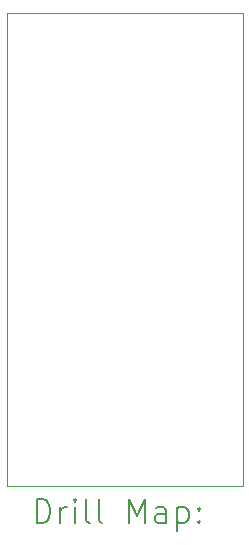
<source format=gbr>
%TF.GenerationSoftware,KiCad,Pcbnew,7.0.9-7.0.9~ubuntu22.04.1*%
%TF.CreationDate,2023-12-01T21:26:21+01:00*%
%TF.ProjectId,rp2040_pmod,72703230-3430-45f7-906d-6f642e6b6963,rev?*%
%TF.SameCoordinates,Original*%
%TF.FileFunction,Drillmap*%
%TF.FilePolarity,Positive*%
%FSLAX45Y45*%
G04 Gerber Fmt 4.5, Leading zero omitted, Abs format (unit mm)*
G04 Created by KiCad (PCBNEW 7.0.9-7.0.9~ubuntu22.04.1) date 2023-12-01 21:26:21*
%MOMM*%
%LPD*%
G01*
G04 APERTURE LIST*
%ADD10C,0.100000*%
%ADD11C,0.200000*%
G04 APERTURE END LIST*
D10*
X13000000Y-11000000D02*
X13000000Y-7000000D01*
X15000000Y-11000000D02*
X13000000Y-11000000D01*
X15000000Y-7000000D02*
X15000000Y-11000000D01*
X13000000Y-7000000D02*
X15000000Y-7000000D01*
D11*
X13255777Y-11316484D02*
X13255777Y-11116484D01*
X13255777Y-11116484D02*
X13303396Y-11116484D01*
X13303396Y-11116484D02*
X13331967Y-11126008D01*
X13331967Y-11126008D02*
X13351015Y-11145055D01*
X13351015Y-11145055D02*
X13360539Y-11164103D01*
X13360539Y-11164103D02*
X13370062Y-11202198D01*
X13370062Y-11202198D02*
X13370062Y-11230769D01*
X13370062Y-11230769D02*
X13360539Y-11268865D01*
X13360539Y-11268865D02*
X13351015Y-11287912D01*
X13351015Y-11287912D02*
X13331967Y-11306960D01*
X13331967Y-11306960D02*
X13303396Y-11316484D01*
X13303396Y-11316484D02*
X13255777Y-11316484D01*
X13455777Y-11316484D02*
X13455777Y-11183150D01*
X13455777Y-11221246D02*
X13465301Y-11202198D01*
X13465301Y-11202198D02*
X13474824Y-11192674D01*
X13474824Y-11192674D02*
X13493872Y-11183150D01*
X13493872Y-11183150D02*
X13512920Y-11183150D01*
X13579586Y-11316484D02*
X13579586Y-11183150D01*
X13579586Y-11116484D02*
X13570062Y-11126008D01*
X13570062Y-11126008D02*
X13579586Y-11135531D01*
X13579586Y-11135531D02*
X13589110Y-11126008D01*
X13589110Y-11126008D02*
X13579586Y-11116484D01*
X13579586Y-11116484D02*
X13579586Y-11135531D01*
X13703396Y-11316484D02*
X13684348Y-11306960D01*
X13684348Y-11306960D02*
X13674824Y-11287912D01*
X13674824Y-11287912D02*
X13674824Y-11116484D01*
X13808158Y-11316484D02*
X13789110Y-11306960D01*
X13789110Y-11306960D02*
X13779586Y-11287912D01*
X13779586Y-11287912D02*
X13779586Y-11116484D01*
X14036729Y-11316484D02*
X14036729Y-11116484D01*
X14036729Y-11116484D02*
X14103396Y-11259341D01*
X14103396Y-11259341D02*
X14170062Y-11116484D01*
X14170062Y-11116484D02*
X14170062Y-11316484D01*
X14351015Y-11316484D02*
X14351015Y-11211722D01*
X14351015Y-11211722D02*
X14341491Y-11192674D01*
X14341491Y-11192674D02*
X14322443Y-11183150D01*
X14322443Y-11183150D02*
X14284348Y-11183150D01*
X14284348Y-11183150D02*
X14265301Y-11192674D01*
X14351015Y-11306960D02*
X14331967Y-11316484D01*
X14331967Y-11316484D02*
X14284348Y-11316484D01*
X14284348Y-11316484D02*
X14265301Y-11306960D01*
X14265301Y-11306960D02*
X14255777Y-11287912D01*
X14255777Y-11287912D02*
X14255777Y-11268865D01*
X14255777Y-11268865D02*
X14265301Y-11249817D01*
X14265301Y-11249817D02*
X14284348Y-11240293D01*
X14284348Y-11240293D02*
X14331967Y-11240293D01*
X14331967Y-11240293D02*
X14351015Y-11230769D01*
X14446253Y-11183150D02*
X14446253Y-11383150D01*
X14446253Y-11192674D02*
X14465301Y-11183150D01*
X14465301Y-11183150D02*
X14503396Y-11183150D01*
X14503396Y-11183150D02*
X14522443Y-11192674D01*
X14522443Y-11192674D02*
X14531967Y-11202198D01*
X14531967Y-11202198D02*
X14541491Y-11221246D01*
X14541491Y-11221246D02*
X14541491Y-11278388D01*
X14541491Y-11278388D02*
X14531967Y-11297436D01*
X14531967Y-11297436D02*
X14522443Y-11306960D01*
X14522443Y-11306960D02*
X14503396Y-11316484D01*
X14503396Y-11316484D02*
X14465301Y-11316484D01*
X14465301Y-11316484D02*
X14446253Y-11306960D01*
X14627205Y-11297436D02*
X14636729Y-11306960D01*
X14636729Y-11306960D02*
X14627205Y-11316484D01*
X14627205Y-11316484D02*
X14617682Y-11306960D01*
X14617682Y-11306960D02*
X14627205Y-11297436D01*
X14627205Y-11297436D02*
X14627205Y-11316484D01*
X14627205Y-11192674D02*
X14636729Y-11202198D01*
X14636729Y-11202198D02*
X14627205Y-11211722D01*
X14627205Y-11211722D02*
X14617682Y-11202198D01*
X14617682Y-11202198D02*
X14627205Y-11192674D01*
X14627205Y-11192674D02*
X14627205Y-11211722D01*
M02*

</source>
